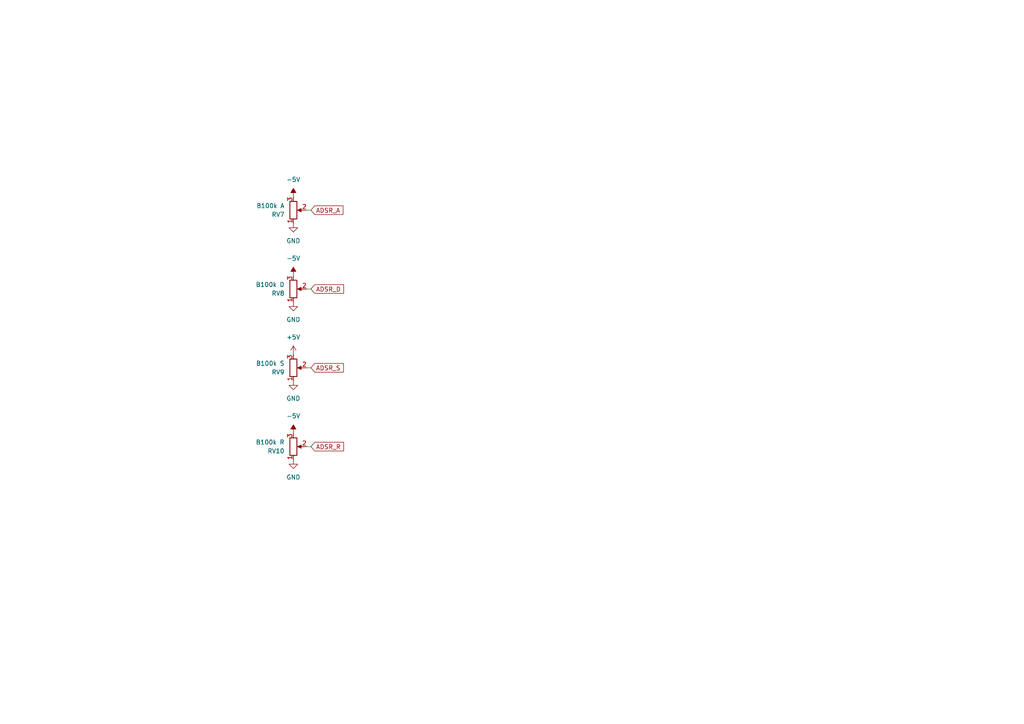
<source format=kicad_sch>
(kicad_sch (version 20211123) (generator eeschema)
  (paper "A4")
  (title_block (title "Polykit X1 Monosynth") (date "2022-11-22") (rev "v0.0.3") (company "Jan Knipper") (comment 1 "github.com/polykit"))
  (lib_symbols
    (symbol "lfo-rescue:R_POT-Device" (pin_names (offset 1.016) hide)
      (property "Reference" "RV" (at -4.445 0 90))
      (property "Value" "R_POT-Device" (at -2.54 0 90))
      (symbol "R_POT-Device_0_1"
        (polyline (pts (xy 2.54 0) (xy 1.524 0)))
        (polyline (pts (xy 1.143 0) (xy 2.286 0.508) (xy 2.286 -0.508) (xy 1.143 0)) (fill (type outline)))
        (rectangle (start 1.016 2.54) (end -1.016 -2.54) (stroke (width 0.254)))
      )
      (symbol "R_POT-Device_1_1"
        (pin passive line (at 0 3.81 270) (length 1.27) (name "1") (number "1"))
        (pin passive line (at 3.81 0 180) (length 1.27) (name "2") (number "2"))
        (pin passive line (at 0 -3.81 90) (length 1.27) (name "3") (number "3"))
      )
    )
    (symbol "power:+5V" (power) (pin_names (offset 0))
      (property "Value" "+5V" (at 0 3.556 0))
      (symbol "+5V_0_1"
        (polyline (pts (xy -0.762 1.27) (xy 0 2.54)))
        (polyline (pts (xy 0 0) (xy 0 2.54)))
        (polyline (pts (xy 0 2.54) (xy 0.762 1.27)))
      )
      (symbol "+5V_1_1"
        (pin power_in line (at 0 0 90) (length 0) hide (name "+5V") (number "1"))
      )
    )
    (symbol "power:-5V" (power) (pin_names (offset 0))
      (property "Value" "-5V" (at 0 3.81 0))
      (symbol "-5V_0_0"
        (pin power_in line (at 0 0 90) (length 0) hide (name "-5V") (number "1"))
      )
      (symbol "-5V_0_1"
        (polyline (pts (xy 0 0) (xy 0 1.27) (xy 0.762 1.27) (xy 0 2.54) (xy -0.762 1.27) (xy 0 1.27)) (fill (type outline)))
      )
    )
    (symbol "power:GND" (power) (pin_names (offset 0))
      (property "Value" "GND" (at 0 -3.81 0))
      (symbol "GND_0_1"
        (polyline (pts (xy 0 0) (xy 0 -1.27) (xy 1.27 -1.27) (xy 0 -2.54) (xy -1.27 -1.27) (xy 0 -1.27)))
      )
      (symbol "GND_1_1"
        (pin power_in line (at 0 0 270) (length 0) hide (name "GND") (number "1"))
      )
    )
  )
  (wire (pts (xy 90.17 106.68) (xy 88.9 106.68)))
  (wire (pts (xy 90.17 83.82) (xy 88.9 83.82)))
  (wire (pts (xy 90.17 129.54) (xy 88.9 129.54)))
  (wire (pts (xy 90.17 60.96) (xy 88.9 60.96)))
  (global_label "ADSR_S" (shape input) (at 90.17 106.68 0) (property "Intersheet References" "${INTERSHEET_REFS}" (effects hide)))
  (global_label "ADSR_R" (shape input) (at 90.17 129.54 0) (property "Intersheet References" "${INTERSHEET_REFS}" (effects hide)))
  (global_label "ADSR_A" (shape input) (at 90.17 60.96 0) (property "Intersheet References" "${INTERSHEET_REFS}" (effects hide)))
  (global_label "ADSR_D" (shape input) (at 90.17 83.82 0) (property "Intersheet References" "${INTERSHEET_REFS}" (effects hide)))
  (symbol (lib_id "power:GND") (at 85.09 64.77 0) (unit 1)
    (property "Reference" "#PWR047" (effects hide))
    (property "Value" "GND" (at 85.09 69.85 0))
  )
  (symbol (lib_id "lfo-rescue:R_POT-Device") (at 85.09 83.82 0) (mirror x) (unit 1)
    (property "Reference" "RV8" (at 82.55 85.0901 0) (effects (justify right)))
    (property "Value" "B100k D" (at 82.55 82.5501 0) (effects (justify right)))
    (property "Footprint" "Potentiometer_THT:Potentiometer_Alpha_RD901F-40-00D_Single_Vertical_CircularHoles" (effects hide))
  )
  (symbol (lib_id "power:-5V") (at 85.09 125.73 0) (unit 1)
    (property "Reference" "#PWR052" (effects hide))
    (property "Value" "-5V" (at 85.09 120.65 0))
  )
  (symbol (lib_id "power:-5V") (at 85.09 80.01 0) (unit 1)
    (property "Reference" "#PWR048" (effects hide))
    (property "Value" "-5V" (at 85.09 74.93 0))
  )
  (symbol (lib_id "lfo-rescue:R_POT-Device") (at 85.09 129.54 0) (mirror x) (unit 1)
    (property "Reference" "RV10" (at 82.55 130.8101 0) (effects (justify right)))
    (property "Value" "B100k R" (at 82.55 128.2701 0) (effects (justify right)))
    (property "Footprint" "Potentiometer_THT:Potentiometer_Alpha_RD901F-40-00D_Single_Vertical_CircularHoles" (effects hide))
  )
  (symbol (lib_id "power:-5V") (at 85.09 57.15 0) (unit 1)
    (property "Reference" "#PWR046" (effects hide))
    (property "Value" "-5V" (at 85.09 52.07 0))
  )
  (symbol (lib_id "lfo-rescue:R_POT-Device") (at 85.09 106.68 0) (mirror x) (unit 1)
    (property "Reference" "RV9" (at 82.55 107.9501 0) (effects (justify right)))
    (property "Value" "B100k S" (at 82.55 105.4101 0) (effects (justify right)))
    (property "Footprint" "Potentiometer_THT:Potentiometer_Alpha_RD901F-40-00D_Single_Vertical_CircularHoles" (effects hide))
  )
  (symbol (lib_id "power:GND") (at 85.09 133.35 0) (unit 1)
    (property "Reference" "#PWR053" (effects hide))
    (property "Value" "GND" (at 85.09 138.43 0))
  )
  (symbol (lib_id "lfo-rescue:R_POT-Device") (at 85.09 60.96 0) (mirror x) (unit 1)
    (property "Reference" "RV7" (at 82.55 62.2301 0) (effects (justify right)))
    (property "Value" "B100k A" (at 82.55 59.6901 0) (effects (justify right)))
    (property "Footprint" "Potentiometer_THT:Potentiometer_Alpha_RD901F-40-00D_Single_Vertical_CircularHoles" (effects hide))
  )
  (symbol (lib_id "power:GND") (at 85.09 110.49 0) (unit 1)
    (property "Reference" "#PWR051" (effects hide))
    (property "Value" "GND" (at 85.09 115.57 0))
  )
  (symbol (lib_id "power:+5V") (at 85.09 102.87 0) (unit 1)
    (property "Reference" "#PWR050" (effects hide))
    (property "Value" "+5V" (at 85.09 97.79 0))
  )
  (symbol (lib_id "power:GND") (at 85.09 87.63 0) (unit 1)
    (property "Reference" "#PWR049" (effects hide))
    (property "Value" "GND" (at 85.09 92.71 0))
  )
)
</source>
